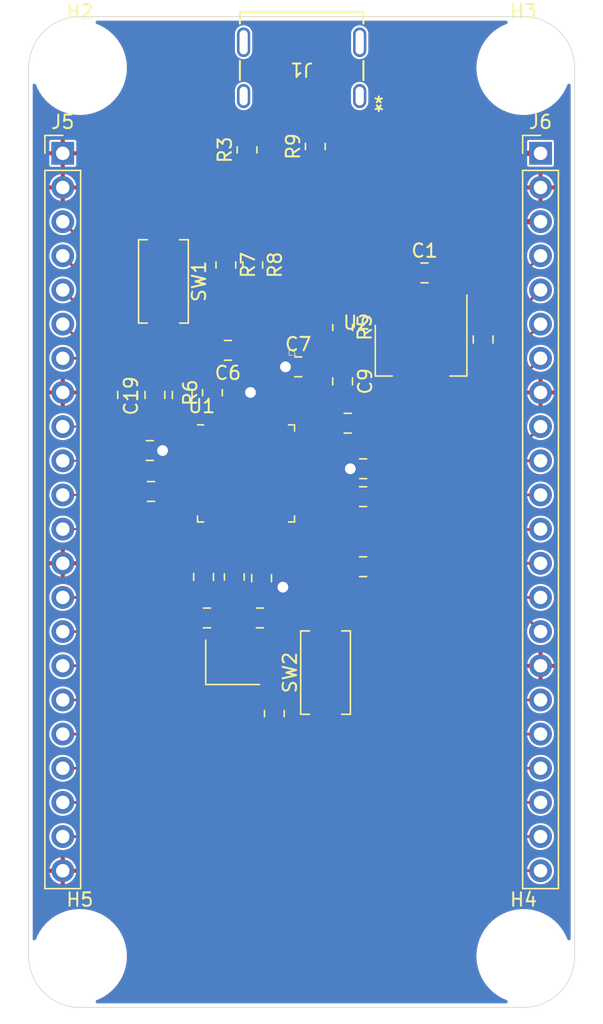
<source format=kicad_pcb>
(kicad_pcb
	(version 20241229)
	(generator "pcbnew")
	(generator_version "9.0")
	(general
		(thickness 1.6)
		(legacy_teardrops no)
	)
	(paper "A4")
	(title_block
		(title "RP2350A QFN-60 Minimal Design Example")
		(date "2024-07-04")
		(rev "REV3")
		(company "Raspberry Pi Ltd")
	)
	(layers
		(0 "F.Cu" signal)
		(2 "B.Cu" signal)
		(9 "F.Adhes" user "F.Adhesive")
		(11 "B.Adhes" user "B.Adhesive")
		(13 "F.Paste" user)
		(15 "B.Paste" user)
		(5 "F.SilkS" user "F.Silkscreen")
		(7 "B.SilkS" user "B.Silkscreen")
		(1 "F.Mask" user)
		(3 "B.Mask" user)
		(17 "Dwgs.User" user "User.Drawings")
		(19 "Cmts.User" user "User.Comments")
		(21 "Eco1.User" user "User.Eco1")
		(23 "Eco2.User" user "User.Eco2")
		(25 "Edge.Cuts" user)
		(27 "Margin" user)
		(31 "F.CrtYd" user "F.Courtyard")
		(29 "B.CrtYd" user "B.Courtyard")
		(35 "F.Fab" user)
		(33 "B.Fab" user)
	)
	(setup
		(stackup
			(layer "F.SilkS"
				(type "Top Silk Screen")
			)
			(layer "F.Paste"
				(type "Top Solder Paste")
			)
			(layer "F.Mask"
				(type "Top Solder Mask")
				(thickness 0.01)
			)
			(layer "F.Cu"
				(type "copper")
				(thickness 0.035)
			)
			(layer "dielectric 1"
				(type "core")
				(thickness 1.51)
				(material "FR4")
				(epsilon_r 4.5)
				(loss_tangent 0.02)
			)
			(layer "B.Cu"
				(type "copper")
				(thickness 0.035)
			)
			(layer "B.Mask"
				(type "Bottom Solder Mask")
				(thickness 0.01)
			)
			(layer "B.Paste"
				(type "Bottom Solder Paste")
			)
			(layer "B.SilkS"
				(type "Bottom Silk Screen")
			)
			(copper_finish "None")
			(dielectric_constraints no)
		)
		(pad_to_mask_clearance 0.051)
		(solder_mask_min_width 0.09)
		(allow_soldermask_bridges_in_footprints no)
		(tenting front back)
		(aux_axis_origin 100 100)
		(pcbplotparams
			(layerselection 0x00000000_00000000_55555555_5755f5ff)
			(plot_on_all_layers_selection 0x00000000_00000000_00000000_00000000)
			(disableapertmacros no)
			(usegerberextensions no)
			(usegerberattributes no)
			(usegerberadvancedattributes no)
			(creategerberjobfile no)
			(dashed_line_dash_ratio 12.000000)
			(dashed_line_gap_ratio 3.000000)
			(svgprecision 6)
			(plotframeref no)
			(mode 1)
			(useauxorigin no)
			(hpglpennumber 1)
			(hpglpenspeed 20)
			(hpglpendiameter 15.000000)
			(pdf_front_fp_property_popups yes)
			(pdf_back_fp_property_popups yes)
			(pdf_metadata yes)
			(pdf_single_document no)
			(dxfpolygonmode yes)
			(dxfimperialunits yes)
			(dxfusepcbnewfont yes)
			(psnegative no)
			(psa4output no)
			(plot_black_and_white yes)
			(plotinvisibletext no)
			(sketchpadsonfab no)
			(plotpadnumbers no)
			(hidednponfab no)
			(sketchdnponfab yes)
			(crossoutdnponfab yes)
			(subtractmaskfromsilk no)
			(outputformat 1)
			(mirror no)
			(drillshape 0)
			(scaleselection 1)
			(outputdirectory "gerbers")
		)
	)
	(net 0 "")
	(net 1 "GND")
	(net 2 "VBUS")
	(net 3 "/XIN")
	(net 4 "/XOUT")
	(net 5 "+3V3")
	(net 6 "+1V1")
	(net 7 "unconnected-(J1-SBU2-PadB8)")
	(net 8 "/~{USB_BOOT}")
	(net 9 "/GPIO15")
	(net 10 "/GPIO14")
	(net 11 "/GPIO13")
	(net 12 "/GPIO12")
	(net 13 "/GPIO11")
	(net 14 "/GPIO10")
	(net 15 "/GPIO9")
	(net 16 "/GPIO8")
	(net 17 "/GPIO7")
	(net 18 "/GPIO6")
	(net 19 "/GPIO5")
	(net 20 "/GPIO4")
	(net 21 "/GPIO3")
	(net 22 "/GPIO2")
	(net 23 "/GPIO1")
	(net 24 "/GPIO0")
	(net 25 "/GPIO29_ADC3")
	(net 26 "/GPIO28_ADC2")
	(net 27 "/GPIO27_ADC1")
	(net 28 "/GPIO26_ADC0")
	(net 29 "/GPIO25")
	(net 30 "/GPIO24")
	(net 31 "/GPIO23")
	(net 32 "/GPIO22")
	(net 33 "/GPIO21")
	(net 34 "/GPIO20")
	(net 35 "/GPIO19")
	(net 36 "/GPIO18")
	(net 37 "/GPIO17")
	(net 38 "/GPIO16")
	(net 39 "/RUN")
	(net 40 "/SWD")
	(net 41 "/SWCLK")
	(net 42 "/QSPI_SS")
	(net 43 "/QSPI_SD3")
	(net 44 "/QSPI_SCLK")
	(net 45 "/QSPI_SD0")
	(net 46 "/QSPI_SD2")
	(net 47 "/QSPI_SD1")
	(net 48 "/USB_D+")
	(net 49 "/USB_D-")
	(net 50 "Net-(C4-Pad1)")
	(net 51 "/VREG_LX")
	(net 52 "Net-(R4-Pad1)")
	(net 53 "/VREG_AVDD")
	(net 54 "Net-(U1-USB_DP)")
	(net 55 "Net-(U1-USB_DM)")
	(net 56 "Net-(J1-CC1)")
	(net 57 "Net-(J1-CC2)")
	(net 58 "unconnected-(J1-SBU1-PadA8)")
	(footprint "Capacitor_SMD:C_0805_2012Metric" (layer "F.Cu") (at 132.888 90.043 90))
	(footprint "Capacitor_SMD:C_0805_2012Metric" (layer "F.Cu") (at 108.169461 101.341809 180))
	(footprint "Package_TO_SOT_SMD:SOT-223-3_TabPin2" (layer "F.Cu") (at 128.27 90.85 -90))
	(footprint "Capacitor_SMD:C_0805_2012Metric" (layer "F.Cu") (at 106.426 94.168 90))
	(footprint "Capacitor_SMD:C_0805_2012Metric" (layer "F.Cu") (at 123.952 101.727))
	(footprint "Capacitor_SMD:C_0805_2012Metric" (layer "F.Cu") (at 123.952 106.934))
	(footprint "Resistor_SMD:R_0805_2012Metric" (layer "F.Cu") (at 113.74 84.5 -90))
	(footprint "Capacitor_SMD:C_0805_2012Metric" (layer "F.Cu") (at 128.524 85.09))
	(footprint "Capacitor_SMD:C_0805_2012Metric" (layer "F.Cu") (at 110.49 94.168 90))
	(footprint "Resistor_SMD:R_0805_2012Metric" (layer "F.Cu") (at 115.74 84.5 -90))
	(footprint "Capacitor_SMD:C_0805_2012Metric" (layer "F.Cu") (at 122.809 96.266))
	(footprint "Capacitor_SMD:C_0805_2012Metric" (layer "F.Cu") (at 108.458 94.168 90))
	(footprint "Capacitor_SMD:C_0805_2012Metric" (layer "F.Cu") (at 119.126 92.075))
	(footprint "footprints:INDC2016X100N" (layer "F.Cu") (at 118.24 89.535 180))
	(footprint "Capacitor_SMD:C_0805_2012Metric" (layer "F.Cu") (at 122.428 93.152 -90))
	(footprint "Resistor_SMD:R_0805_2012Metric" (layer "F.Cu") (at 120.396 75.692 90))
	(footprint "fab:Button_CnK_PTS636.0_6x3.5mm" (layer "F.Cu") (at 121.158 114.808 90))
	(footprint "Resistor_SMD:R_0805_2012Metric" (layer "F.Cu") (at 115.316 75.946 90))
	(footprint "Resistor_SMD:R_0805_2012Metric" (layer "F.Cu") (at 117.348 117.856 90))
	(footprint "footprints:MountingHole_3.2mm_M3" (layer "F.Cu") (at 135.89 69.85))
	(footprint "footprints:MountingHole_3.2mm_M3" (layer "F.Cu") (at 102.87 69.85))
	(footprint "Connector_PinHeader_2.54mm:PinHeader_1x22_P2.54mm_Vertical" (layer "F.Cu") (at 101.6 76.2))
	(footprint "Resistor_SMD:R_0805_2012Metric" (layer "F.Cu") (at 122.428 89.154 -90))
	(footprint "Resistor_SMD:R_0805_2012Metric" (layer "F.Cu") (at 112.74 94 90))
	(footprint "Crystal:Crystal_SMD_3225-4Pin_3.2x2.5mm" (layer "F.Cu") (at 114.239 114.046))
	(footprint "Resistor_SMD:R_0805_2012Metric" (layer "F.Cu") (at 114.366 107.696 -90))
	(footprint "Capacitor_SMD:C_0805_2012Metric" (layer "F.Cu") (at 116.398 107.788 -90))
	(footprint "Capacitor_SMD:C_0805_2012Metric" (layer "F.Cu") (at 112.334 110.744 180))
	(footprint "fab:Button_CnK_PTS636.0_6x3.5mm" (layer "F.Cu") (at 109.093 85.725 -90))
	(footprint "RP2350_60QFN_minimal:RP2350-QFN-60-1EP_7x7_P0.4mm_EP3.4x3.4mm_ThermalVias" (layer "F.Cu") (at 115.24 100))
	(footprint "Capacitor_SMD:C_0805_2012Metric" (layer "F.Cu") (at 108.077 98.298 180))
	(footprint "footprints:MountingHole_3.2mm_M3" (layer "F.Cu") (at 135.89 135.89))
	(footprint "Capacitor_SMD:C_0805_2012Metric" (layer "F.Cu") (at 112.08 107.696 -90))
	(footprint "Connector_PinHeader_2.54mm:PinHeader_1x22_P2.54mm_Vertical" (layer "F.Cu") (at 137.16 76.2))
	(footprint "Capacitor_SMD:C_0805_2012Metric" (layer "F.Cu") (at 113.888749 90.849501 180))
	(footprint "footprints:2171790001_MOL" (layer "F.Cu") (at 119.38 69.215 180))
	(footprint "footprints:MountingHole_3.2mm_M3" (layer "F.Cu") (at 102.87 135.89))
	(footprint "Capacitor_SMD:C_0805_2012Metric" (layer "F.Cu") (at 123.952 99.654))
	(footprint "Capacitor_SMD:C_0805_2012Metric"
		(layer "F.Cu")
		(uuid "f9de3359-a6f9-43c5-8e9b-3722d92bc2ed")
		(at 116.271 110.744)
		(descr "Capacitor SMD 0805 (2012 Metric), square (rectangular) end terminal, IPC_7351 nominal, (Body size source: IPC-SM-782 page 76, https://www.pcb-3d.com/wordpress/wp-content/uploads/ipc-sm-782a_amendment_1_and_2.pdf, https://docs.google.com/spreadsheets/d/1BsfQQcO9C6DZCsRaXUlFlo91Tg2WpOkGARC1WS5S8t0/edit?usp=sharing), generated with kicad-footprint-generator")
		(tags "capacitor")
		(property "Reference" "C4"
			(at 0 -1.68 0)
			(layer "F.SilkS")
			(hide yes)
			(uuid "1e590d4e-129a-47f4-a4b2-6ac09590e89c")
			(effects
				(font
					(size 1 1)
					(thickness 0.15)
				)
			)
		)
		(property "Value" "15p"
			(at 0 1.68 0)
			(layer "F.Fab")
			(hide yes)
			(uuid "e2e0ab81-46b3-4bad-b8dc-8cdc7f14f6fa")
			(effects
				(font
					(size 1 1)
					(thickness 0.15)
				)
			)
		)
		(property "Datasheet" ""
			(at 0 0 0)
			(unlocked yes)
			(layer "F.Fab")
			(hide yes)
			(uuid "27ba9fc1-d46e-4a28-b9e8-89264ee26f57")
			(effects
				(font
					(size 1.27 1.27)
					(thickness 0.15)
				)
			)
		)
		(property "Description" ""
			(at 0 0 0)
			(unlocked yes)
			(layer "F.Fab")
			(hide yes)
			(uuid "95dcea54-341a-4ee7-9a96-897a94da8016")
			(effects
				(font
					(size 1.27 1.27)
					(thickness 0.15)
				)
			)
		)
		(property ki_fp_filters "C_*")
		(path "/5fb29ec2-b54b-4ab0-9fdb-422f36113ce4")
		(sheetname "/")
		(sheetfile "RP2354A-dev.kicad_sch")
		(attr smd)
		(fp_line
			(start -0.261252 -0.735)
			(end 0.261252 -0.735)
			(stroke
				(width 0.12)
				(type solid)
			)
			(layer "F.SilkS")
			(uuid "0f58674d-d899-41e4-85d5-80da155de203")
		)
		(fp_line
			(start -0.261252 0.735)
			(end 0.26
... [379448 chars truncated]
</source>
